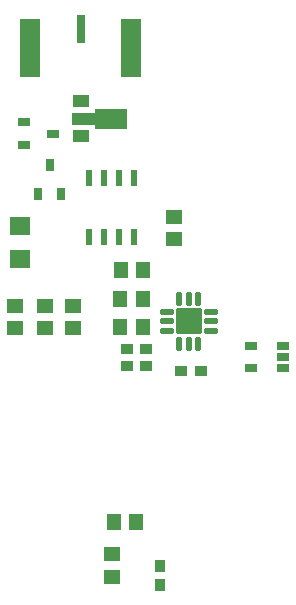
<source format=gtp>
%FSAX24Y24*%
%MOIN*%
G70*
G01*
G75*
G04 Layer_Color=8421504*
G04:AMPARAMS|DCode=10|XSize=17.7mil|YSize=43.3mil|CornerRadius=4.4mil|HoleSize=0mil|Usage=FLASHONLY|Rotation=180.000|XOffset=0mil|YOffset=0mil|HoleType=Round|Shape=RoundedRectangle|*
%AMROUNDEDRECTD10*
21,1,0.0177,0.0344,0,0,180.0*
21,1,0.0089,0.0433,0,0,180.0*
1,1,0.0089,-0.0044,0.0172*
1,1,0.0089,0.0044,0.0172*
1,1,0.0089,0.0044,-0.0172*
1,1,0.0089,-0.0044,-0.0172*
%
%ADD10ROUNDEDRECTD10*%
G04:AMPARAMS|DCode=11|XSize=84.6mil|YSize=84.6mil|CornerRadius=4.2mil|HoleSize=0mil|Usage=FLASHONLY|Rotation=90.000|XOffset=0mil|YOffset=0mil|HoleType=Round|Shape=RoundedRectangle|*
%AMROUNDEDRECTD11*
21,1,0.0846,0.0762,0,0,90.0*
21,1,0.0762,0.0846,0,0,90.0*
1,1,0.0085,0.0381,0.0381*
1,1,0.0085,0.0381,-0.0381*
1,1,0.0085,-0.0381,-0.0381*
1,1,0.0085,-0.0381,0.0381*
%
%ADD11ROUNDEDRECTD11*%
G04:AMPARAMS|DCode=12|XSize=17.7mil|YSize=43.3mil|CornerRadius=4.4mil|HoleSize=0mil|Usage=FLASHONLY|Rotation=270.000|XOffset=0mil|YOffset=0mil|HoleType=Round|Shape=RoundedRectangle|*
%AMROUNDEDRECTD12*
21,1,0.0177,0.0344,0,0,270.0*
21,1,0.0089,0.0433,0,0,270.0*
1,1,0.0089,-0.0172,-0.0044*
1,1,0.0089,-0.0172,0.0044*
1,1,0.0089,0.0172,0.0044*
1,1,0.0089,0.0172,-0.0044*
%
%ADD12ROUNDEDRECTD12*%
G04:AMPARAMS|DCode=13|XSize=59.1mil|YSize=51.2mil|CornerRadius=12.8mil|HoleSize=0mil|Usage=FLASHONLY|Rotation=270.000|XOffset=0mil|YOffset=0mil|HoleType=Round|Shape=RoundedRectangle|*
%AMROUNDEDRECTD13*
21,1,0.0591,0.0256,0,0,270.0*
21,1,0.0335,0.0512,0,0,270.0*
1,1,0.0256,-0.0128,-0.0167*
1,1,0.0256,-0.0128,0.0167*
1,1,0.0256,0.0128,0.0167*
1,1,0.0256,0.0128,-0.0167*
%
%ADD13ROUNDEDRECTD13*%
G04:AMPARAMS|DCode=14|XSize=39.4mil|YSize=39.4mil|CornerRadius=9.8mil|HoleSize=0mil|Usage=FLASHONLY|Rotation=180.000|XOffset=0mil|YOffset=0mil|HoleType=Round|Shape=RoundedRectangle|*
%AMROUNDEDRECTD14*
21,1,0.0394,0.0197,0,0,180.0*
21,1,0.0197,0.0394,0,0,180.0*
1,1,0.0197,-0.0098,0.0098*
1,1,0.0197,0.0098,0.0098*
1,1,0.0197,0.0098,-0.0098*
1,1,0.0197,-0.0098,-0.0098*
%
%ADD14ROUNDEDRECTD14*%
G04:AMPARAMS|DCode=15|XSize=32mil|YSize=40mil|CornerRadius=4mil|HoleSize=0mil|Usage=FLASHONLY|Rotation=270.000|XOffset=0mil|YOffset=0mil|HoleType=Round|Shape=RoundedRectangle|*
%AMROUNDEDRECTD15*
21,1,0.0320,0.0320,0,0,270.0*
21,1,0.0240,0.0400,0,0,270.0*
1,1,0.0080,-0.0160,-0.0120*
1,1,0.0080,-0.0160,0.0120*
1,1,0.0080,0.0160,0.0120*
1,1,0.0080,0.0160,-0.0120*
%
%ADD15ROUNDEDRECTD15*%
%ADD16R,0.1063X0.0669*%
%ADD17R,0.0512X0.0354*%
%ADD18R,0.0748X0.0354*%
%ADD19R,0.0630X0.1929*%
%ADD20R,0.0276X0.0925*%
G04:AMPARAMS|DCode=21|XSize=39.4mil|YSize=39.4mil|CornerRadius=9.8mil|HoleSize=0mil|Usage=FLASHONLY|Rotation=90.000|XOffset=0mil|YOffset=0mil|HoleType=Round|Shape=RoundedRectangle|*
%AMROUNDEDRECTD21*
21,1,0.0394,0.0197,0,0,90.0*
21,1,0.0197,0.0394,0,0,90.0*
1,1,0.0197,0.0098,0.0098*
1,1,0.0197,0.0098,-0.0098*
1,1,0.0197,-0.0098,-0.0098*
1,1,0.0197,-0.0098,0.0098*
%
%ADD21ROUNDEDRECTD21*%
G04:AMPARAMS|DCode=22|XSize=59.1mil|YSize=51.2mil|CornerRadius=12.8mil|HoleSize=0mil|Usage=FLASHONLY|Rotation=0.000|XOffset=0mil|YOffset=0mil|HoleType=Round|Shape=RoundedRectangle|*
%AMROUNDEDRECTD22*
21,1,0.0591,0.0256,0,0,0.0*
21,1,0.0335,0.0512,0,0,0.0*
1,1,0.0256,0.0167,-0.0128*
1,1,0.0256,-0.0167,-0.0128*
1,1,0.0256,-0.0167,0.0128*
1,1,0.0256,0.0167,0.0128*
%
%ADD22ROUNDEDRECTD22*%
G04:AMPARAMS|DCode=23|XSize=70.9mil|YSize=65mil|CornerRadius=4.9mil|HoleSize=0mil|Usage=FLASHONLY|Rotation=0.000|XOffset=0mil|YOffset=0mil|HoleType=Round|Shape=RoundedRectangle|*
%AMROUNDEDRECTD23*
21,1,0.0709,0.0552,0,0,0.0*
21,1,0.0611,0.0650,0,0,0.0*
1,1,0.0097,0.0306,-0.0276*
1,1,0.0097,-0.0306,-0.0276*
1,1,0.0097,-0.0306,0.0276*
1,1,0.0097,0.0306,0.0276*
%
%ADD23ROUNDEDRECTD23*%
G04:AMPARAMS|DCode=24|XSize=32mil|YSize=40mil|CornerRadius=4mil|HoleSize=0mil|Usage=FLASHONLY|Rotation=0.000|XOffset=0mil|YOffset=0mil|HoleType=Round|Shape=RoundedRectangle|*
%AMROUNDEDRECTD24*
21,1,0.0320,0.0320,0,0,0.0*
21,1,0.0240,0.0400,0,0,0.0*
1,1,0.0080,0.0120,-0.0160*
1,1,0.0080,-0.0120,-0.0160*
1,1,0.0080,-0.0120,0.0160*
1,1,0.0080,0.0120,0.0160*
%
%ADD24ROUNDEDRECTD24*%
%ADD25O,0.0236X0.0827*%
%ADD26R,0.0354X0.0217*%
%ADD27C,0.0118*%
%ADD28C,0.0197*%
%ADD29C,0.0079*%
%ADD30C,0.0100*%
%ADD31C,0.0080*%
%ADD32R,0.0256X0.0591*%
%ADD33R,0.0394X0.0217*%
%ADD34R,0.0217X0.0394*%
%ADD35R,0.0591X0.0256*%
%ADD36C,0.0591*%
%ADD37C,0.0630*%
G04:AMPARAMS|DCode=38|XSize=63mil|YSize=63mil|CornerRadius=7.9mil|HoleSize=0mil|Usage=FLASHONLY|Rotation=270.000|XOffset=0mil|YOffset=0mil|HoleType=Round|Shape=RoundedRectangle|*
%AMROUNDEDRECTD38*
21,1,0.0630,0.0472,0,0,270.0*
21,1,0.0472,0.0630,0,0,270.0*
1,1,0.0157,-0.0236,-0.0236*
1,1,0.0157,-0.0236,0.0236*
1,1,0.0157,0.0236,0.0236*
1,1,0.0157,0.0236,-0.0236*
%
%ADD38ROUNDEDRECTD38*%
%ADD39C,0.0600*%
%ADD40R,0.0600X0.0600*%
%ADD41C,0.0256*%
%ADD42C,0.0098*%
%ADD43C,0.0059*%
%ADD44C,0.0039*%
%ADD45C,0.0071*%
%ADD46R,0.0472X0.0551*%
%ADD47R,0.0374X0.0384*%
%ADD48R,0.0394X0.0315*%
%ADD49R,0.0384X0.0374*%
%ADD50R,0.0551X0.0472*%
%ADD51R,0.0669X0.0620*%
%ADD52R,0.0315X0.0394*%
%ADD53R,0.0226X0.0581*%
G04:AMPARAMS|DCode=54|XSize=21.7mil|YSize=47.2mil|CornerRadius=6.4mil|HoleSize=0mil|Usage=FLASHONLY|Rotation=180.000|XOffset=0mil|YOffset=0mil|HoleType=Round|Shape=RoundedRectangle|*
%AMROUNDEDRECTD54*
21,1,0.0217,0.0344,0,0,180.0*
21,1,0.0089,0.0472,0,0,180.0*
1,1,0.0128,-0.0044,0.0172*
1,1,0.0128,0.0044,0.0172*
1,1,0.0128,0.0044,-0.0172*
1,1,0.0128,-0.0044,-0.0172*
%
%ADD54ROUNDEDRECTD54*%
G04:AMPARAMS|DCode=55|XSize=88.6mil|YSize=88.6mil|CornerRadius=6.2mil|HoleSize=0mil|Usage=FLASHONLY|Rotation=90.000|XOffset=0mil|YOffset=0mil|HoleType=Round|Shape=RoundedRectangle|*
%AMROUNDEDRECTD55*
21,1,0.0886,0.0762,0,0,90.0*
21,1,0.0762,0.0886,0,0,90.0*
1,1,0.0124,0.0381,0.0381*
1,1,0.0124,0.0381,-0.0381*
1,1,0.0124,-0.0381,-0.0381*
1,1,0.0124,-0.0381,0.0381*
%
%ADD55ROUNDEDRECTD55*%
G04:AMPARAMS|DCode=56|XSize=21.7mil|YSize=47.2mil|CornerRadius=6.4mil|HoleSize=0mil|Usage=FLASHONLY|Rotation=270.000|XOffset=0mil|YOffset=0mil|HoleType=Round|Shape=RoundedRectangle|*
%AMROUNDEDRECTD56*
21,1,0.0217,0.0344,0,0,270.0*
21,1,0.0089,0.0472,0,0,270.0*
1,1,0.0128,-0.0172,-0.0044*
1,1,0.0128,-0.0172,0.0044*
1,1,0.0128,0.0172,0.0044*
1,1,0.0128,0.0172,-0.0044*
%
%ADD56ROUNDEDRECTD56*%
%ADD57R,0.1102X0.0709*%
%ADD58R,0.0551X0.0394*%
%ADD59R,0.0787X0.0394*%
%ADD60R,0.0669X0.1969*%
%ADD61R,0.0315X0.0965*%
%ADD62R,0.0394X0.0256*%
D46*
X045768Y036772D02*
D03*
X045020D02*
D03*
X045768Y037717D02*
D03*
X045020D02*
D03*
X045787Y038661D02*
D03*
X045039Y038661D02*
D03*
X045551Y030266D02*
D03*
X044803Y030266D02*
D03*
D47*
X046358Y028174D02*
D03*
Y028814D02*
D03*
D48*
X041831Y043593D02*
D03*
Y042844D02*
D03*
X042795Y043218D02*
D03*
D49*
X045241Y036033D02*
D03*
X045881Y036033D02*
D03*
X045241Y035463D02*
D03*
X045881Y035463D02*
D03*
X047062Y035305D02*
D03*
X047702Y035305D02*
D03*
D50*
X046831Y039685D02*
D03*
X046831Y040433D02*
D03*
X043465Y036722D02*
D03*
X043465Y037470D02*
D03*
X042500Y036732D02*
D03*
X042500Y037480D02*
D03*
X041526Y036732D02*
D03*
Y037480D02*
D03*
X044764Y029193D02*
D03*
X044764Y028445D02*
D03*
D51*
X041693Y039031D02*
D03*
Y040143D02*
D03*
D52*
X042667Y042165D02*
D03*
X043041Y041201D02*
D03*
X042293D02*
D03*
D53*
X043971Y041747D02*
D03*
X044473D02*
D03*
X044975D02*
D03*
X045477D02*
D03*
X043971Y039769D02*
D03*
X044473D02*
D03*
X044975D02*
D03*
X045477D02*
D03*
D54*
X046998Y036217D02*
D03*
X047313D02*
D03*
X047628D02*
D03*
X046998Y037697D02*
D03*
X047313D02*
D03*
X047628D02*
D03*
D55*
X047313Y036957D02*
D03*
D56*
X048053Y037272D02*
D03*
Y036957D02*
D03*
Y036642D02*
D03*
X046573D02*
D03*
Y036957D02*
D03*
Y037272D02*
D03*
D57*
X044728Y043711D02*
D03*
D58*
X043705Y043120D02*
D03*
Y044301D02*
D03*
D59*
X043823Y043711D02*
D03*
D60*
X045374Y046083D02*
D03*
X042028D02*
D03*
D61*
X043701Y046703D02*
D03*
D62*
X050443Y036144D02*
D03*
X049384D02*
D03*
X050443Y035774D02*
D03*
Y035404D02*
D03*
X049384D02*
D03*
M02*

</source>
